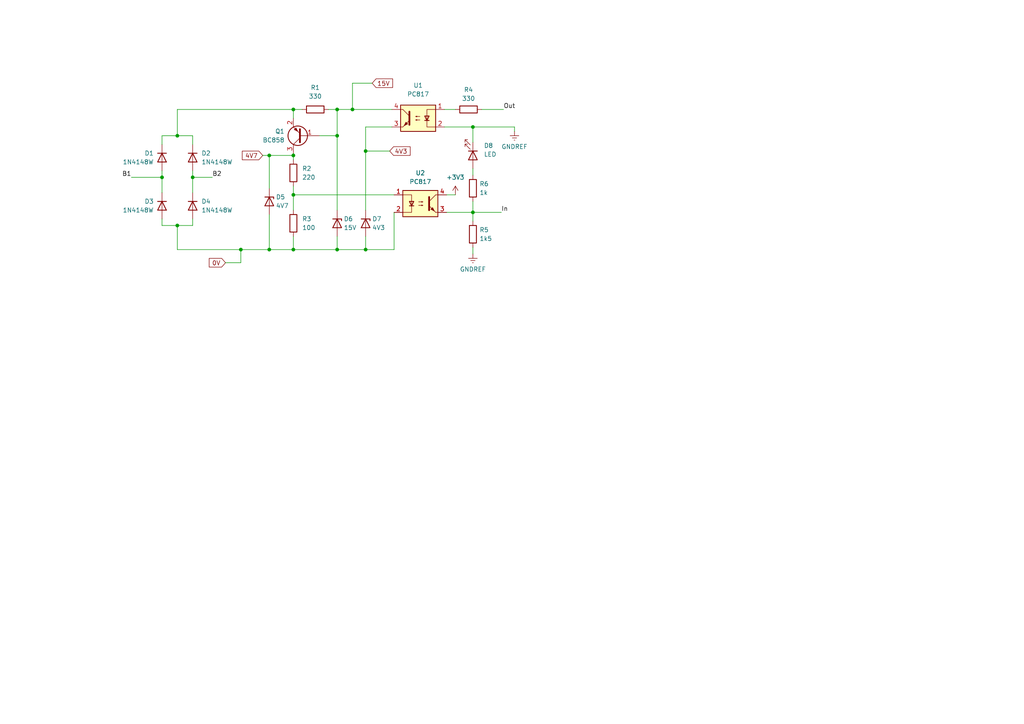
<source format=kicad_sch>
(kicad_sch (version 20211123) (generator eeschema)
  (paper "A4")
  (lib_symbols
    (symbol "Device:D_Zener" (pin_numbers hide) (pin_names (offset 1.016) hide)
      (property "Reference" "D" (at 0 2.54 0))
      (property "Value" "D_Zener" (at 0 -2.54 0))
      (symbol "D_Zener_0_1"
        (polyline (pts (xy 1.27 0) (xy -1.27 0)))
        (polyline (pts (xy -1.27 -1.27) (xy -1.27 1.27) (xy -0.762 1.27)) (stroke (width 0.254)))
        (polyline (pts (xy 1.27 -1.27) (xy 1.27 1.27) (xy -1.27 0) (xy 1.27 -1.27)) (stroke (width 0.254)))
      )
      (symbol "D_Zener_1_1"
        (pin passive line (at -3.81 0 0) (length 2.54) (name "K") (number "1"))
        (pin passive line (at 3.81 0 180) (length 2.54) (name "A") (number "2"))
      )
    )
    (symbol "Device:LED" (pin_numbers hide) (pin_names (offset 1.016) hide)
      (property "Reference" "D" (at 0 2.54 0))
      (property "Value" "LED" (at 0 -2.54 0))
      (symbol "LED_0_1"
        (polyline (pts (xy -1.27 -1.27) (xy -1.27 1.27)) (stroke (width 0.254)))
        (polyline (pts (xy -1.27 0) (xy 1.27 0)))
        (polyline (pts (xy 1.27 -1.27) (xy 1.27 1.27) (xy -1.27 0) (xy 1.27 -1.27)) (stroke (width 0.254)))
        (polyline (pts (xy -3.048 -0.762) (xy -4.572 -2.286) (xy -3.81 -2.286) (xy -4.572 -2.286) (xy -4.572 -1.524)))
        (polyline (pts (xy -1.778 -0.762) (xy -3.302 -2.286) (xy -2.54 -2.286) (xy -3.302 -2.286) (xy -3.302 -1.524)))
      )
      (symbol "LED_1_1"
        (pin passive line (at -3.81 0 0) (length 2.54) (name "K") (number "1"))
        (pin passive line (at 3.81 0 180) (length 2.54) (name "A") (number "2"))
      )
    )
    (symbol "Device:R" (pin_numbers hide) (pin_names (offset 0))
      (property "Reference" "R" (at 2.032 0 90))
      (property "Value" "R" (at 0 0 90))
      (symbol "R_0_1"
        (rectangle (start -1.016 -2.54) (end 1.016 2.54) (stroke (width 0.254)))
      )
      (symbol "R_1_1"
        (pin passive line (at 0 3.81 270) (length 1.27) (name "~") (number "1"))
        (pin passive line (at 0 -3.81 90) (length 1.27) (name "~") (number "2"))
      )
    )
    (symbol "Diode:1N4148W" (pin_numbers hide) (pin_names (offset 1.016) hide)
      (property "Reference" "D" (at 0 2.54 0))
      (property "Value" "1N4148W" (at 0 -2.54 0))
      (symbol "1N4148W_0_1"
        (polyline (pts (xy -1.27 1.27) (xy -1.27 -1.27)) (stroke (width 0.254)))
        (polyline (pts (xy 1.27 0) (xy -1.27 0)))
        (polyline (pts (xy 1.27 1.27) (xy 1.27 -1.27) (xy -1.27 0) (xy 1.27 1.27)) (stroke (width 0.254)))
      )
      (symbol "1N4148W_1_1"
        (pin passive line (at -3.81 0 0) (length 2.54) (name "K") (number "1"))
        (pin passive line (at 3.81 0 180) (length 2.54) (name "A") (number "2"))
      )
    )
    (symbol "Isolator:PC817" (pin_names (offset 1.016))
      (property "Reference" "U" (at -5.08 5.08 0))
      (property "Value" "PC817" (at 0 5.08 0))
      (symbol "PC817_0_1"
        (rectangle (start -5.08 3.81) (end 5.08 -3.81) (stroke (width 0.254)) (fill (type background)))
        (polyline (pts (xy -3.175 -0.635) (xy -1.905 -0.635)) (stroke (width 0.254)))
        (polyline (pts (xy 2.54 0.635) (xy 4.445 2.54)))
        (polyline (pts (xy 4.445 -2.54) (xy 2.54 -0.635)) (fill (type outline)))
        (polyline (pts (xy 4.445 -2.54) (xy 5.08 -2.54)))
        (polyline (pts (xy 4.445 2.54) (xy 5.08 2.54)))
        (polyline (pts (xy -5.08 2.54) (xy -2.54 2.54) (xy -2.54 -0.635)))
        (polyline (pts (xy -2.54 -0.635) (xy -2.54 -2.54) (xy -5.08 -2.54)))
        (polyline (pts (xy 2.54 1.905) (xy 2.54 -1.905) (xy 2.54 -1.905)) (stroke (width 0.508)))
        (polyline (pts (xy -2.54 -0.635) (xy -3.175 0.635) (xy -1.905 0.635) (xy -2.54 -0.635)) (stroke (width 0.254)))
        (polyline (pts (xy -0.508 -0.508) (xy 0.762 -0.508) (xy 0.381 -0.635) (xy 0.381 -0.381) (xy 0.762 -0.508)))
        (polyline (pts (xy -0.508 0.508) (xy 0.762 0.508) (xy 0.381 0.381) (xy 0.381 0.635) (xy 0.762 0.508)))
        (polyline (pts (xy 3.048 -1.651) (xy 3.556 -1.143) (xy 4.064 -2.159) (xy 3.048 -1.651) (xy 3.048 -1.651)) (fill (type outline)))
      )
      (symbol "PC817_1_1"
        (pin passive line (at -7.62 2.54 0) (length 2.54) (name "~") (number "1"))
        (pin passive line (at -7.62 -2.54 0) (length 2.54) (name "~") (number "2"))
        (pin passive line (at 7.62 -2.54 180) (length 2.54) (name "~") (number "3"))
        (pin passive line (at 7.62 2.54 180) (length 2.54) (name "~") (number "4"))
      )
    )
    (symbol "Transistor_BJT:BC858" (pin_names (offset 0) hide)
      (property "Reference" "Q" (at 5.08 1.905 0))
      (property "Value" "BC858" (at 5.08 0 0))
      (symbol "BC858_0_1"
        (polyline (pts (xy 0.635 0.635) (xy 2.54 2.54)))
        (polyline (pts (xy 0.635 -0.635) (xy 2.54 -2.54) (xy 2.54 -2.54)))
        (polyline (pts (xy 0.635 1.905) (xy 0.635 -1.905) (xy 0.635 -1.905)) (stroke (width 0.508)))
        (polyline (pts (xy 2.286 -1.778) (xy 1.778 -2.286) (xy 1.27 -1.27) (xy 2.286 -1.778) (xy 2.286 -1.778)) (fill (type outline)))
        (circle (center 1.27 0) (radius 2.8194) (stroke (width 0.254)))
      )
      (symbol "BC858_1_1"
        (pin input line (at -5.08 0 0) (length 5.715) (name "B") (number "1"))
        (pin passive line (at 2.54 -5.08 90) (length 2.54) (name "E") (number "2"))
        (pin passive line (at 2.54 5.08 270) (length 2.54) (name "C") (number "3"))
      )
    )
    (symbol "power:+3.3V" (power) (pin_names (offset 0))
      (property "Value" "+3.3V" (at 0 3.556 0))
      (symbol "+3.3V_0_1"
        (polyline (pts (xy -0.762 1.27) (xy 0 2.54)))
        (polyline (pts (xy 0 0) (xy 0 2.54)))
        (polyline (pts (xy 0 2.54) (xy 0.762 1.27)))
      )
      (symbol "+3.3V_1_1"
        (pin power_in line (at 0 0 90) (length 0) hide (name "+3V3") (number "1"))
      )
    )
    (symbol "power:GNDREF" (power) (pin_names (offset 0))
      (property "Value" "GNDREF" (at 0 -3.81 0))
      (symbol "GNDREF_0_1"
        (polyline (pts (xy -0.635 -1.905) (xy 0.635 -1.905)))
        (polyline (pts (xy -0.127 -2.54) (xy 0.127 -2.54)))
        (polyline (pts (xy 0 -1.27) (xy 0 0)))
        (polyline (pts (xy 1.27 -1.27) (xy -1.27 -1.27)))
      )
      (symbol "GNDREF_1_1"
        (pin power_in line (at 0 0 270) (length 0) hide (name "GNDREF") (number "1"))
      )
    )
  )
  (junction (at 97.79 72.39))
  (junction (at 85.09 72.39))
  (junction (at 78.105 72.39))
  (junction (at 97.79 31.75))
  (junction (at 85.09 45.085))
  (junction (at 55.88 51.435))
  (junction (at 46.99 51.435))
  (junction (at 85.09 56.515))
  (junction (at 51.435 39.37))
  (junction (at 106.045 43.815))
  (junction (at 102.235 31.75))
  (junction (at 137.16 36.83))
  (junction (at 137.16 61.595))
  (junction (at 51.435 65.405))
  (junction (at 69.85 72.39))
  (junction (at 85.09 31.75))
  (junction (at 97.79 39.37))
  (junction (at 78.105 45.085))
  (junction (at 106.045 72.39))
  (wire (pts (xy 51.435 31.75) (xy 51.435 39.37)))
  (wire (pts (xy 85.09 31.75) (xy 85.09 34.29)))
  (wire (pts (xy 106.045 43.815) (xy 106.045 60.96)))
  (wire (pts (xy 102.235 31.75) (xy 113.665 31.75)))
  (wire (pts (xy 51.435 31.75) (xy 85.09 31.75)))
  (wire (pts (xy 55.88 49.53) (xy 55.88 51.435)))
  (wire (pts (xy 92.71 39.37) (xy 97.79 39.37)))
  (wire (pts (xy 106.045 43.815) (xy 113.03 43.815)))
  (wire (pts (xy 51.435 72.39) (xy 51.435 65.405)))
  (wire (pts (xy 137.16 61.595) (xy 145.415 61.595)))
  (wire (pts (xy 55.88 63.5) (xy 55.88 65.405)))
  (wire (pts (xy 85.09 56.515) (xy 85.09 60.96)))
  (wire (pts (xy 106.045 36.83) (xy 106.045 43.815)))
  (wire (pts (xy 46.99 51.435) (xy 46.99 55.88)))
  (wire (pts (xy 85.09 68.58) (xy 85.09 72.39)))
  (wire (pts (xy 55.88 51.435) (xy 61.595 51.435)))
  (wire (pts (xy 46.99 39.37) (xy 46.99 41.91)))
  (wire (pts (xy 85.09 45.085) (xy 85.09 46.355)))
  (wire (pts (xy 129.54 56.515) (xy 132.08 56.515)))
  (wire (pts (xy 95.25 31.75) (xy 97.79 31.75)))
  (wire (pts (xy 69.85 76.2) (xy 69.85 72.39)))
  (wire (pts (xy 85.09 45.085) (xy 78.105 45.085)))
  (wire (pts (xy 97.79 31.75) (xy 102.235 31.75)))
  (wire (pts (xy 106.045 36.83) (xy 113.665 36.83)))
  (wire (pts (xy 78.105 72.39) (xy 85.09 72.39)))
  (wire (pts (xy 78.105 62.23) (xy 78.105 72.39)))
  (wire (pts (xy 137.16 71.755) (xy 137.16 73.66)))
  (wire (pts (xy 69.85 72.39) (xy 51.435 72.39)))
  (wire (pts (xy 137.16 48.895) (xy 137.16 50.8)))
  (wire (pts (xy 137.16 61.595) (xy 137.16 64.135)))
  (wire (pts (xy 102.235 24.13) (xy 102.235 31.75)))
  (wire (pts (xy 85.09 56.515) (xy 114.3 56.515)))
  (wire (pts (xy 46.99 63.5) (xy 46.99 65.405)))
  (wire (pts (xy 55.88 39.37) (xy 55.88 41.91)))
  (wire (pts (xy 139.7 31.75) (xy 146.05 31.75)))
  (wire (pts (xy 114.3 61.595) (xy 114.3 72.39)))
  (wire (pts (xy 97.79 39.37) (xy 97.79 60.96)))
  (wire (pts (xy 137.16 36.83) (xy 137.16 41.275)))
  (wire (pts (xy 149.225 36.83) (xy 137.16 36.83)))
  (wire (pts (xy 78.105 45.085) (xy 78.105 54.61)))
  (wire (pts (xy 97.79 72.39) (xy 85.09 72.39)))
  (wire (pts (xy 106.045 68.58) (xy 106.045 72.39)))
  (wire (pts (xy 97.79 39.37) (xy 97.79 31.75)))
  (wire (pts (xy 51.435 39.37) (xy 55.88 39.37)))
  (wire (pts (xy 78.105 72.39) (xy 69.85 72.39)))
  (wire (pts (xy 106.045 72.39) (xy 114.3 72.39)))
  (wire (pts (xy 85.09 44.45) (xy 85.09 45.085)))
  (wire (pts (xy 128.905 31.75) (xy 132.08 31.75)))
  (wire (pts (xy 76.2 45.085) (xy 78.105 45.085)))
  (wire (pts (xy 106.045 72.39) (xy 97.79 72.39)))
  (wire (pts (xy 65.405 76.2) (xy 69.85 76.2)))
  (wire (pts (xy 38.1 51.435) (xy 46.99 51.435)))
  (wire (pts (xy 137.16 58.42) (xy 137.16 61.595)))
  (wire (pts (xy 129.54 61.595) (xy 137.16 61.595)))
  (wire (pts (xy 97.79 68.58) (xy 97.79 72.39)))
  (wire (pts (xy 85.09 31.75) (xy 87.63 31.75)))
  (wire (pts (xy 55.88 51.435) (xy 55.88 55.88)))
  (wire (pts (xy 102.235 24.13) (xy 107.95 24.13)))
  (wire (pts (xy 51.435 65.405) (xy 55.88 65.405)))
  (wire (pts (xy 46.99 65.405) (xy 51.435 65.405)))
  (wire (pts (xy 149.225 38.1) (xy 149.225 36.83)))
  (wire (pts (xy 46.99 39.37) (xy 51.435 39.37)))
  (wire (pts (xy 46.99 49.53) (xy 46.99 51.435)))
  (wire (pts (xy 85.09 53.975) (xy 85.09 56.515)))
  (wire (pts (xy 128.905 36.83) (xy 137.16 36.83)))
  (label "B1" (at 38.1 51.435 180))
  (label "Out" (at 146.05 31.75 0))
  (label "B2" (at 61.595 51.435 0))
  (label "In" (at 145.415 61.595 0))
  (global_label "4V3" (shape input) (at 113.03 43.815 0) (property "Intersheet References" "${INTERSHEET_REFS}" (effects hide)))
  (global_label "4V7" (shape input) (at 76.2 45.085 180) (property "Intersheet References" "${INTERSHEET_REFS}" (effects hide)))
  (global_label "15V" (shape input) (at 107.95 24.13 0) (property "Intersheet References" "${INTERSHEET_REFS}" (effects hide)))
  (global_label "0V" (shape input) (at 65.405 76.2 180) (property "Intersheet References" "${INTERSHEET_REFS}" (effects hide)))
  (symbol (lib_id "Diode:1N4148W") (at 46.99 59.69 270) (unit 1)
    (property "Reference" "D3" (at 41.91 58.42 90) (effects (justify left)))
    (property "Value" "1N4148W" (at 35.56 60.96 90) (effects (justify left)))
    (property "Footprint" "diodes smd:D_SOD-123" (effects hide))
    (property "Datasheet" "https://www.vishay.com/docs/85748/1n4148w.pdf" (effects hide))
  )
  (symbol (lib_id "Device:R") (at 135.89 31.75 90) (unit 1)
    (property "Reference" "R4" (at 135.89 26.035 90))
    (property "Value" "330" (at 135.89 28.575 90))
    (property "Footprint" "resistors smd:R_1206_3216Metric" (effects hide))
  )
  (symbol (lib_id "Device:R") (at 137.16 67.945 0) (unit 1)
    (property "Reference" "R5" (at 139.065 66.6749 0) (effects (justify left)))
    (property "Value" "1k5" (at 139.065 69.2149 0) (effects (justify left)))
    (property "Footprint" "resistors smd:R_1206_3216Metric" (effects hide))
  )
  (symbol (lib_id "power:+3.3V") (at 132.08 56.515 0) (unit 1)
    (property "Reference" "#PWR01" (effects hide))
    (property "Value" "+3.3V" (at 132.08 51.435 0))
  )
  (symbol (lib_id "Device:D_Zener") (at 78.105 58.42 270) (unit 1)
    (property "Reference" "D5" (at 80.01 57.15 90) (effects (justify left)))
    (property "Value" "4V7" (at 80.01 59.69 90) (effects (justify left)))
    (property "Footprint" "diodes smd:D_SOD-123" (effects hide))
  )
  (symbol (lib_id "Device:D_Zener") (at 97.79 64.77 270) (unit 1)
    (property "Reference" "D6" (at 99.695 63.5 90) (effects (justify left)))
    (property "Value" "15V" (at 99.695 66.04 90) (effects (justify left)))
    (property "Footprint" "diodes smd:D_SOD-123" (effects hide))
  )
  (symbol (lib_id "Device:D_Zener") (at 106.045 64.77 270) (unit 1)
    (property "Reference" "D7" (at 107.95 63.5 90) (effects (justify left)))
    (property "Value" "4V3" (at 107.95 66.04 90) (effects (justify left)))
    (property "Footprint" "diodes smd:D_SOD-123" (effects hide))
  )
  (symbol (lib_id "power:GNDREF") (at 149.225 38.1 0) (unit 1)
    (property "Reference" "#PWR03" (effects hide))
    (property "Value" "GNDREF" (at 149.225 42.545 0))
  )
  (symbol (lib_id "Isolator:PC817") (at 121.285 34.29 0) (mirror y) (unit 1)
    (property "Reference" "U1" (at 121.285 24.765 0))
    (property "Value" "PC817" (at 121.285 27.305 0))
    (property "Footprint" "so packages:SOP-4_3.8x4.1mm_P2.54mm" (effects hide))
    (property "Datasheet" "http://www.soselectronic.cz/a_info/resource/d/pc817.pdf" (effects hide))
  )
  (symbol (lib_id "Device:R") (at 85.09 64.77 0) (unit 1)
    (property "Reference" "R3" (at 87.63 63.4999 0) (effects (justify left)))
    (property "Value" "100" (at 87.63 66.0399 0) (effects (justify left)))
    (property "Footprint" "resistors smd:R_1206_3216Metric" (effects hide))
  )
  (symbol (lib_id "Device:R") (at 85.09 50.165 0) (unit 1)
    (property "Reference" "R2" (at 87.63 48.8949 0) (effects (justify left)))
    (property "Value" "220" (at 87.63 51.4349 0) (effects (justify left)))
    (property "Footprint" "resistors smd:R_1206_3216Metric" (effects hide))
  )
  (symbol (lib_id "Diode:1N4148W") (at 55.88 59.69 270) (unit 1)
    (property "Reference" "D4" (at 58.42 58.4199 90) (effects (justify left)))
    (property "Value" "1N4148W" (at 58.42 60.9599 90) (effects (justify left)))
    (property "Footprint" "diodes smd:D_SOD-123" (effects hide))
    (property "Datasheet" "https://www.vishay.com/docs/85748/1n4148w.pdf" (effects hide))
  )
  (symbol (lib_id "Isolator:PC817") (at 121.92 59.055 0) (unit 1)
    (property "Reference" "U2" (at 121.92 50.165 0))
    (property "Value" "PC817" (at 121.92 52.705 0))
    (property "Footprint" "so packages:SOP-4_3.8x4.1mm_P2.54mm" (effects hide))
    (property "Datasheet" "http://www.soselectronic.cz/a_info/resource/d/pc817.pdf" (effects hide))
  )
  (symbol (lib_id "power:GNDREF") (at 137.16 73.66 0) (unit 1)
    (property "Reference" "#PWR02" (effects hide))
    (property "Value" "GNDREF" (at 137.16 78.105 0))
  )
  (symbol (lib_id "Transistor_BJT:BC858") (at 87.63 39.37 180) (unit 1)
    (property "Reference" "Q1" (at 82.55 38.0999 0) (effects (justify left)))
    (property "Value" "BC858" (at 82.55 40.6399 0) (effects (justify left)))
    (property "Footprint" "SOT:SOT-23" (effects hide))
    (property "Datasheet" "https://www.onsemi.com/pub/Collateral/BC860-D.pdf" (effects hide))
  )
  (symbol (lib_id "Device:R") (at 137.16 54.61 0) (unit 1)
    (property "Reference" "R6" (at 139.065 53.3399 0) (effects (justify left)))
    (property "Value" "1k" (at 139.065 55.8799 0) (effects (justify left)))
    (property "Footprint" "resistors smd:R_1206_3216Metric" (effects hide))
  )
  (symbol (lib_id "Diode:1N4148W") (at 46.99 45.72 270) (unit 1)
    (property "Reference" "D1" (at 41.91 44.45 90) (effects (justify left)))
    (property "Value" "1N4148W" (at 35.56 46.99 90) (effects (justify left)))
    (property "Footprint" "diodes smd:D_SOD-123" (effects hide))
    (property "Datasheet" "https://www.vishay.com/docs/85748/1n4148w.pdf" (effects hide))
  )
  (symbol (lib_id "Device:LED") (at 137.16 45.085 270) (unit 1)
    (property "Reference" "D8" (at 140.335 42.2274 90) (effects (justify left)))
    (property "Value" "LED" (at 140.335 44.7674 90) (effects (justify left)))
    (property "Footprint" "diodes smd:D_SOD-123" (effects hide))
  )
  (symbol (lib_id "Device:R") (at 91.44 31.75 90) (unit 1)
    (property "Reference" "R1" (at 91.44 25.4 90))
    (property "Value" "330" (at 91.44 27.94 90))
    (property "Footprint" "resistors smd:R_1206_3216Metric" (effects hide))
  )
  (symbol (lib_id "Diode:1N4148W") (at 55.88 45.72 270) (unit 1)
    (property "Reference" "D2" (at 58.42 44.4499 90) (effects (justify left)))
    (property "Value" "1N4148W" (at 58.42 46.9899 90) (effects (justify left)))
    (property "Footprint" "diodes smd:D_SOD-123" (effects hide))
    (property "Datasheet" "https://www.vishay.com/docs/85748/1n4148w.pdf" (effects hide))
  )
)
</source>
